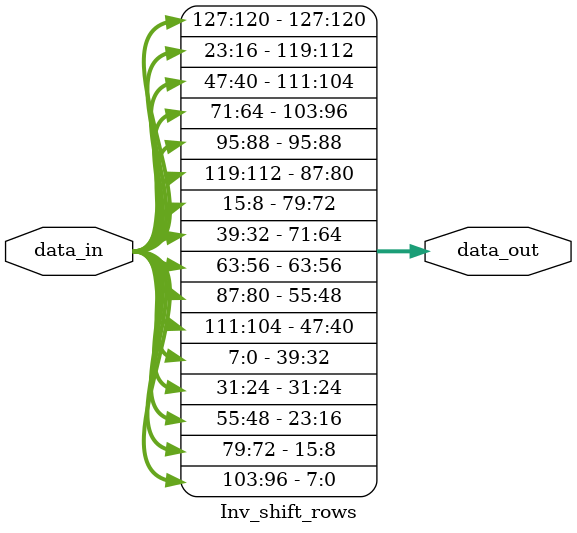
<source format=v>
`timescale 1ns / 1ps

module Inv_shift_rows(output reg [127:0] data_out, input [127:0] data_in);

	 always @(*) begin
	      data_out[127:120] = data_in[127:120];
			data_out[119:112] = data_in[23:16];
			data_out[111:104] = data_in[47:40];
			data_out[103:96] = data_in[71:64];
			
			data_out[95:88] = data_in[95:88];
	      data_out[87:80] = data_in[119:112];
			data_out[79:72] = data_in[15:8];
			data_out[71:64] = data_in[39:32];
			
			data_out[63:56] = data_in[63:56];
			data_out[55:48] = data_in[87:80];
	      data_out[47:40] = data_in[111:104];
			data_out[39:32] = data_in[7:0];
			
			data_out[31:24] = data_in[31:24];
			data_out[23:16] = data_in[55:48];
			data_out[15:8] = data_in[79:72];
	      data_out[7:0] =  data_in[103:96];
	 end
endmodule

</source>
